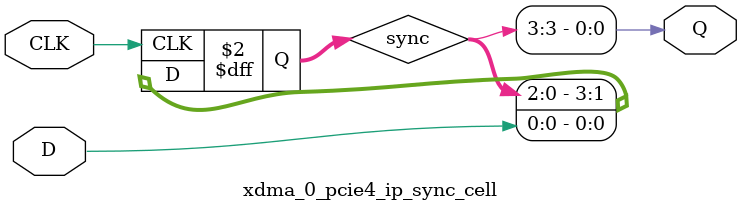
<source format=v>

`timescale 1ps / 1ps

(* DowngradeIPIdentifiedWarnings = "yes" *)
module xdma_0_pcie4_ip_sync_cell #
(
    parameter integer STAGE = 3
)
(
    //-------------------------------------------------------------------------- 
    //  Input Ports
    //-------------------------------------------------------------------------- 
    input                               CLK,
    input                               D,
    
    //-------------------------------------------------------------------------- 
    //  Output Ports
    //-------------------------------------------------------------------------- 
    output                              Q
);
    //-------------------------------------------------------------------------- 
    //  Synchronized Signals
    //--------------------------------------------------------------------------  
    (* ASYNC_REG = "TRUE", SHIFT_EXTRACT = "NO" *) reg [STAGE:0] sync;                                                            



//--------------------------------------------------------------------------------------------------
//  Synchronizier
//--------------------------------------------------------------------------------------------------
always @ (posedge CLK)
begin

    sync <= {sync[(STAGE-1):0], D};
            
end   



//--------------------------------------------------------------------------------------------------
//  Generate Output
//--------------------------------------------------------------------------------------------------
assign Q = sync[STAGE];



endmodule

</source>
